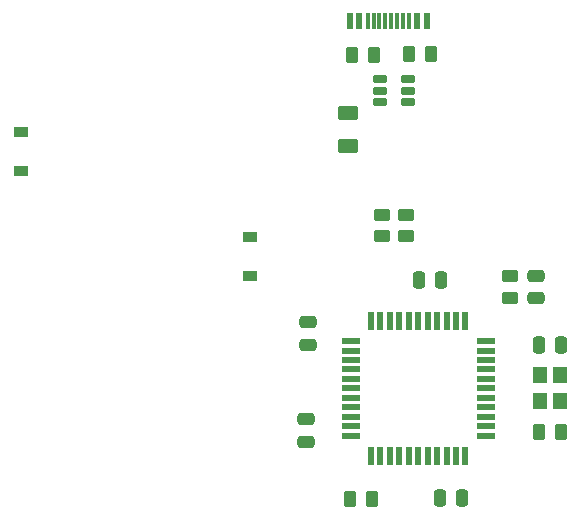
<source format=gbr>
%TF.GenerationSoftware,KiCad,Pcbnew,(6.0.7)*%
%TF.CreationDate,2022-08-09T22:51:10+07:00*%
%TF.ProjectId,Keypad-3,4b657970-6164-42d3-932e-6b696361645f,rev?*%
%TF.SameCoordinates,Original*%
%TF.FileFunction,Paste,Bot*%
%TF.FilePolarity,Positive*%
%FSLAX46Y46*%
G04 Gerber Fmt 4.6, Leading zero omitted, Abs format (unit mm)*
G04 Created by KiCad (PCBNEW (6.0.7)) date 2022-08-09 22:51:10*
%MOMM*%
%LPD*%
G01*
G04 APERTURE LIST*
G04 Aperture macros list*
%AMRoundRect*
0 Rectangle with rounded corners*
0 $1 Rounding radius*
0 $2 $3 $4 $5 $6 $7 $8 $9 X,Y pos of 4 corners*
0 Add a 4 corners polygon primitive as box body*
4,1,4,$2,$3,$4,$5,$6,$7,$8,$9,$2,$3,0*
0 Add four circle primitives for the rounded corners*
1,1,$1+$1,$2,$3*
1,1,$1+$1,$4,$5*
1,1,$1+$1,$6,$7*
1,1,$1+$1,$8,$9*
0 Add four rect primitives between the rounded corners*
20,1,$1+$1,$2,$3,$4,$5,0*
20,1,$1+$1,$4,$5,$6,$7,0*
20,1,$1+$1,$6,$7,$8,$9,0*
20,1,$1+$1,$8,$9,$2,$3,0*%
G04 Aperture macros list end*
%ADD10RoundRect,0.250000X-0.262500X-0.450000X0.262500X-0.450000X0.262500X0.450000X-0.262500X0.450000X0*%
%ADD11R,0.550000X1.500000*%
%ADD12R,1.500000X0.550000*%
%ADD13R,1.200000X0.900000*%
%ADD14RoundRect,0.250000X0.475000X-0.250000X0.475000X0.250000X-0.475000X0.250000X-0.475000X-0.250000X0*%
%ADD15R,1.200000X1.400000*%
%ADD16RoundRect,0.250000X0.262500X0.450000X-0.262500X0.450000X-0.262500X-0.450000X0.262500X-0.450000X0*%
%ADD17RoundRect,0.250000X-0.450000X0.262500X-0.450000X-0.262500X0.450000X-0.262500X0.450000X0.262500X0*%
%ADD18RoundRect,0.250000X-0.250000X-0.475000X0.250000X-0.475000X0.250000X0.475000X-0.250000X0.475000X0*%
%ADD19RoundRect,0.150000X0.475000X0.150000X-0.475000X0.150000X-0.475000X-0.150000X0.475000X-0.150000X0*%
%ADD20RoundRect,0.250000X-0.475000X0.250000X-0.475000X-0.250000X0.475000X-0.250000X0.475000X0.250000X0*%
%ADD21RoundRect,0.250000X-0.625000X0.375000X-0.625000X-0.375000X0.625000X-0.375000X0.625000X0.375000X0*%
%ADD22R,0.600000X1.450000*%
%ADD23R,0.300000X1.450000*%
G04 APERTURE END LIST*
D10*
%TO.C,R5*%
X199202268Y-103442500D03*
X201027268Y-103442500D03*
%TD*%
D11*
%TO.C,U1*%
X195980235Y-126057108D03*
X196780235Y-126057108D03*
X197580235Y-126057108D03*
X198380235Y-126057108D03*
X199180235Y-126057108D03*
X199980235Y-126057108D03*
X200780235Y-126057108D03*
X201580235Y-126057108D03*
X202380235Y-126057108D03*
X203180235Y-126057108D03*
X203980235Y-126057108D03*
D12*
X205680235Y-127757108D03*
X205680235Y-128557108D03*
X205680235Y-129357108D03*
X205680235Y-130157108D03*
X205680235Y-130957108D03*
X205680235Y-131757108D03*
X205680235Y-132557108D03*
X205680235Y-133357108D03*
X205680235Y-134157108D03*
X205680235Y-134957108D03*
X205680235Y-135757108D03*
D11*
X203980235Y-137457108D03*
X203180235Y-137457108D03*
X202380235Y-137457108D03*
X201580235Y-137457108D03*
X200780235Y-137457108D03*
X199980235Y-137457108D03*
X199180235Y-137457108D03*
X198380235Y-137457108D03*
X197580235Y-137457108D03*
X196780235Y-137457108D03*
X195980235Y-137457108D03*
D12*
X194280235Y-135757108D03*
X194280235Y-134957108D03*
X194280235Y-134157108D03*
X194280235Y-133357108D03*
X194280235Y-132557108D03*
X194280235Y-131757108D03*
X194280235Y-130957108D03*
X194280235Y-130157108D03*
X194280235Y-129357108D03*
X194280235Y-128557108D03*
X194280235Y-127757108D03*
%TD*%
D13*
%TO.C,D1*%
X166344600Y-113334800D03*
X166344600Y-110034800D03*
%TD*%
D14*
%TO.C,C4*%
X209956400Y-124140000D03*
X209956400Y-122240000D03*
%TD*%
D15*
%TO.C,Y1*%
X210306236Y-132857108D03*
X210306236Y-130657108D03*
X212006236Y-130657108D03*
X212006236Y-132857108D03*
%TD*%
D16*
%TO.C,R6*%
X196201268Y-103504999D03*
X194376268Y-103504999D03*
%TD*%
D14*
%TO.C,C6*%
X190464260Y-136263108D03*
X190464260Y-134363108D03*
%TD*%
D17*
%TO.C,R1*%
X207772000Y-122277500D03*
X207772000Y-124102500D03*
%TD*%
D16*
%TO.C,C1*%
X212068732Y-135440109D03*
X210243732Y-135440109D03*
%TD*%
D18*
%TO.C,C2*%
X210206237Y-128074109D03*
X212106237Y-128074109D03*
%TD*%
D19*
%TO.C,U2*%
X199130768Y-105603000D03*
X199130768Y-106553000D03*
X199130768Y-107503000D03*
X196780768Y-107503000D03*
X196780768Y-106553000D03*
X196780768Y-105603000D03*
%TD*%
D17*
%TO.C,R2*%
X198971768Y-117058668D03*
X198971768Y-118883668D03*
%TD*%
D20*
%TO.C,C7*%
X190618978Y-126168192D03*
X190618978Y-128068192D03*
%TD*%
D18*
%TO.C,C5*%
X201824236Y-141028108D03*
X203724236Y-141028108D03*
%TD*%
D21*
%TO.C,F1*%
X194042268Y-108478500D03*
X194042268Y-111278500D03*
%TD*%
D18*
%TO.C,C3*%
X200052400Y-122566668D03*
X201952400Y-122566668D03*
%TD*%
D17*
%TO.C,R3*%
X196939768Y-117058668D03*
X196939768Y-118883668D03*
%TD*%
D10*
%TO.C,R4*%
X194241735Y-141155108D03*
X196066735Y-141155108D03*
%TD*%
D13*
%TO.C,D2*%
X185775600Y-122224800D03*
X185775600Y-118924800D03*
%TD*%
D22*
%TO.C,J1*%
X194197768Y-100640000D03*
X194997768Y-100640000D03*
D23*
X196197768Y-100640000D03*
X197197768Y-100640000D03*
X197697768Y-100640000D03*
X198697768Y-100640000D03*
D22*
X199897768Y-100640000D03*
X200697768Y-100640000D03*
X200697768Y-100640000D03*
X199897768Y-100640000D03*
D23*
X199197768Y-100640000D03*
X198197768Y-100640000D03*
X196697768Y-100640000D03*
X195697768Y-100640000D03*
D22*
X194997768Y-100640000D03*
X194197768Y-100640000D03*
%TD*%
M02*

</source>
